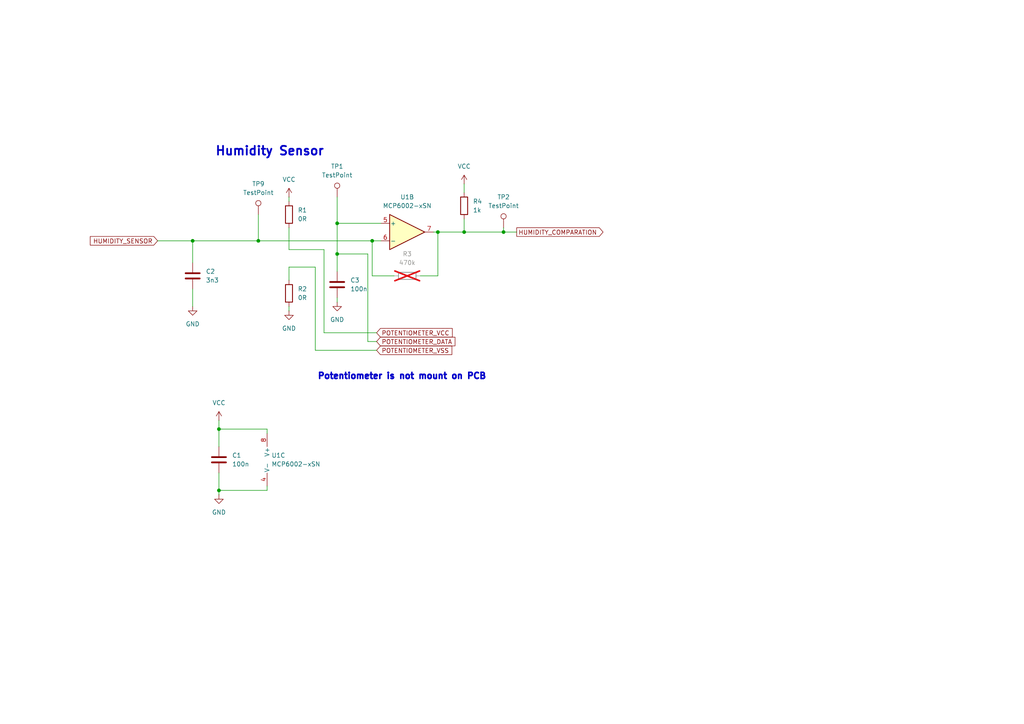
<source format=kicad_sch>
(kicad_sch (version 20250114) (generator "eeschema") (generator_version "9.0")
  (paper "A4")
  (lib_symbols
    (symbol "Amplifier_Operational:MCP6002-xSN" (pin_names (offset 0.127))
      (property "Reference" "U" (at 0 5.08 0))
      (property "Value" "MCP6002-xSN" (at 0 -5.08 0))
      (symbol "MCP6002-xSN_1_1"
        (polyline (pts (xy -5.08 5.08) (xy 5.08 0) (xy -5.08 -5.08) (xy -5.08 5.08)) (stroke (width 0.254)) (fill (type background)))
        (pin input line (at -7.62 2.54 0) (length 2.54) (name "+") (number "3"))
        (pin input line (at -7.62 -2.54 0) (length 2.54) (name "-") (number "2"))
        (pin output line (at 7.62 0 180) (length 2.54) (name "~") (number "1"))
      )
      (symbol "MCP6002-xSN_2_1"
        (polyline (pts (xy -5.08 5.08) (xy 5.08 0) (xy -5.08 -5.08) (xy -5.08 5.08)) (stroke (width 0.254)) (fill (type background)))
        (pin input line (at -7.62 2.54 0) (length 2.54) (name "+") (number "5"))
        (pin input line (at -7.62 -2.54 0) (length 2.54) (name "-") (number "6"))
        (pin output line (at 7.62 0 180) (length 2.54) (name "~") (number "7"))
      )
      (symbol "MCP6002-xSN_3_1"
        (pin power_in line (at -2.54 7.62 270) (length 3.81) (name "V+") (number "8"))
        (pin power_in line (at -2.54 -7.62 90) (length 3.81) (name "V-") (number "4"))
      )
    )
    (symbol "Connector:TestPoint" (pin_numbers (hide yes)) (pin_names (offset 0.762) (hide yes))
      (property "Reference" "TP" (at 0 6.858 0))
      (property "Value" "TestPoint" (at 0 5.08 0))
      (symbol "TestPoint_0_1"
        (circle (center 0 3.302) (radius 0.762))
      )
      (symbol "TestPoint_1_1"
        (pin passive line (at 0 0 90) (length 2.54) (name "1") (number "1"))
      )
    )
    (symbol "Device:C" (pin_numbers (hide yes)) (pin_names (offset 0.254))
      (property "Reference" "C" (at 0.635 2.54 0))
      (property "Value" "C" (at 0.635 -2.54 0))
      (symbol "C_0_1"
        (polyline (pts (xy -2.032 0.762) (xy 2.032 0.762)) (stroke (width 0.508)))
        (polyline (pts (xy -2.032 -0.762) (xy 2.032 -0.762)) (stroke (width 0.508)))
      )
      (symbol "C_1_1"
        (pin passive line (at 0 3.81 270) (length 2.794) (name "~") (number "1"))
        (pin passive line (at 0 -3.81 90) (length 2.794) (name "~") (number "2"))
      )
    )
    (symbol "Device:R" (pin_numbers (hide yes)) (pin_names (offset 0))
      (property "Reference" "R" (at 2.032 0 90))
      (property "Value" "R" (at 0 0 90))
      (symbol "R_0_1"
        (rectangle (start -1.016 -2.54) (end 1.016 2.54) (stroke (width 0.254)))
      )
      (symbol "R_1_1"
        (pin passive line (at 0 3.81 270) (length 1.27) (name "~") (number "1"))
        (pin passive line (at 0 -3.81 90) (length 1.27) (name "~") (number "2"))
      )
    )
    (symbol "power:GND" (power) (pin_numbers (hide yes)) (pin_names (offset 0) (hide yes))
      (property "Value" "GND" (at 0 -3.81 0))
      (symbol "GND_0_1"
        (polyline (pts (xy 0 0) (xy 0 -1.27) (xy 1.27 -1.27) (xy 0 -2.54) (xy -1.27 -1.27) (xy 0 -1.27)))
      )
      (symbol "GND_1_1"
        (pin power_in line (at 0 0 270) (length 0) (name "~") (number "1"))
      )
    )
    (symbol "power:VCC" (power) (pin_numbers (hide yes)) (pin_names (offset 0) (hide yes))
      (property "Value" "VCC" (at 0 3.556 0))
      (symbol "VCC_0_1"
        (polyline (pts (xy -0.762 1.27) (xy 0 2.54)))
        (polyline (pts (xy 0 2.54) (xy 0.762 1.27)))
        (polyline (pts (xy 0 0) (xy 0 2.54)))
      )
      (symbol "VCC_1_1"
        (pin power_in line (at 0 0 90) (length 0) (name "~") (number "1"))
      )
    )
  )
  (text "Potentiometer is not mount on PCB" (at 116.586 109.22 0) (effects (font (size 1.778 1.778) (thickness 0.508) (bold yes))))
  (text "Humidity Sensor" (at 78.232 43.942 0) (effects (font (size 2.54 2.54) (thickness 0.508) (bold yes))))
  (junction (at 63.5 124.46))
  (junction (at 107.95 69.85))
  (junction (at 63.5 142.24))
  (junction (at 74.93 69.85))
  (junction (at 134.62 67.31))
  (junction (at 55.88 69.85))
  (junction (at 127 67.31))
  (junction (at 97.79 73.66))
  (junction (at 97.79 64.77))
  (junction (at 146.05 67.31))
  (wire (pts (xy 77.47 124.46) (xy 63.5 124.46)))
  (wire (pts (xy 97.79 64.77) (xy 97.79 73.66)))
  (wire (pts (xy 55.88 69.85) (xy 74.93 69.85)))
  (wire (pts (xy 83.82 57.15) (xy 83.82 58.42)))
  (wire (pts (xy 97.79 73.66) (xy 97.79 78.74)))
  (wire (pts (xy 97.79 64.77) (xy 110.49 64.77)))
  (wire (pts (xy 63.5 121.92) (xy 63.5 124.46)))
  (wire (pts (xy 146.05 67.31) (xy 149.86 67.31)))
  (wire (pts (xy 63.5 142.24) (xy 63.5 143.51)))
  (wire (pts (xy 55.88 83.82) (xy 55.88 88.9)))
  (wire (pts (xy 134.62 63.5) (xy 134.62 67.31)))
  (wire (pts (xy 146.05 66.04) (xy 146.05 67.31)))
  (wire (pts (xy 83.82 77.47) (xy 83.82 81.28)))
  (wire (pts (xy 127 67.31) (xy 134.62 67.31)))
  (wire (pts (xy 109.22 96.52) (xy 93.98 96.52)))
  (wire (pts (xy 45.72 69.85) (xy 55.88 69.85)))
  (wire (pts (xy 77.47 140.97) (xy 77.47 142.24)))
  (wire (pts (xy 91.44 77.47) (xy 83.82 77.47)))
  (wire (pts (xy 97.79 86.36) (xy 97.79 87.63)))
  (wire (pts (xy 109.22 101.6) (xy 91.44 101.6)))
  (wire (pts (xy 93.98 96.52) (xy 93.98 72.39)))
  (wire (pts (xy 83.82 66.04) (xy 83.82 72.39)))
  (wire (pts (xy 55.88 69.85) (xy 55.88 76.2)))
  (wire (pts (xy 107.95 69.85) (xy 107.95 80.01)))
  (wire (pts (xy 83.82 72.39) (xy 93.98 72.39)))
  (wire (pts (xy 114.3 80.01) (xy 107.95 80.01)))
  (wire (pts (xy 127 67.31) (xy 127 80.01)))
  (wire (pts (xy 63.5 137.16) (xy 63.5 142.24)))
  (wire (pts (xy 127 80.01) (xy 121.92 80.01)))
  (wire (pts (xy 63.5 124.46) (xy 63.5 129.54)))
  (wire (pts (xy 134.62 67.31) (xy 146.05 67.31)))
  (wire (pts (xy 106.68 99.06) (xy 109.22 99.06)))
  (wire (pts (xy 83.82 88.9) (xy 83.82 90.17)))
  (wire (pts (xy 97.79 73.66) (xy 106.68 73.66)))
  (wire (pts (xy 125.73 67.31) (xy 127 67.31)))
  (wire (pts (xy 74.93 69.85) (xy 107.95 69.85)))
  (wire (pts (xy 97.79 57.15) (xy 97.79 64.77)))
  (wire (pts (xy 74.93 62.23) (xy 74.93 69.85)))
  (wire (pts (xy 106.68 73.66) (xy 106.68 99.06)))
  (wire (pts (xy 107.95 69.85) (xy 110.49 69.85)))
  (wire (pts (xy 91.44 101.6) (xy 91.44 77.47)))
  (wire (pts (xy 77.47 125.73) (xy 77.47 124.46)))
  (wire (pts (xy 134.62 53.34) (xy 134.62 55.88)))
  (wire (pts (xy 63.5 142.24) (xy 77.47 142.24)))
  (global_label "POTENTIOMETER_DATA" (shape input) (at 109.22 99.06 0) (property "Intersheetrefs" "${INTERSHEET_REFS}" (effects (hide yes))))
  (global_label "HUMIDITY_COMPARATION" (shape output) (at 149.86 67.31 0) (property "Intersheetrefs" "${INTERSHEET_REFS}" (effects (hide yes))))
  (global_label "POTENTIOMETER_VCC" (shape input) (at 109.22 96.52 0) (property "Intersheetrefs" "${INTERSHEET_REFS}" (effects (hide yes))))
  (global_label "POTENTIOMETER_VSS" (shape input) (at 109.22 101.6 0) (property "Intersheetrefs" "${INTERSHEET_REFS}" (effects (hide yes))))
  (global_label "HUMIDITY_SENSOR" (shape input) (at 45.72 69.85 180) (property "Intersheetrefs" "${INTERSHEET_REFS}" (effects (hide yes))))
  (symbol (lib_id "Amplifier_Operational:MCP6002-xSN") (at 118.11 67.31 0) (unit 2)
    (property "Reference" "U1" (at 118.11 57.15 0))
    (property "Value" "MCP6002-xSN" (at 118.11 59.69 0))
    (property "Footprint" "Package_SO:SO-8_3.9x4.9mm_P1.27mm" (effects (hide yes)))
    (property "Datasheet" "http://ww1.microchip.com/downloads/en/DeviceDoc/21733j.pdf" (effects (hide yes)))
    (property "Description" "1MHz, Low-Power Op Amp, SOIC-8" (effects (hide yes)))
  )
  (symbol (lib_id "power:GND") (at 83.82 90.17 0) (unit 1)
    (property "Reference" "#PWR07" (effects (hide yes)))
    (property "Value" "GND" (at 83.82 95.25 0))
    (property "Description" "Power symbol creates a global label with name \"GND\" , ground" (effects (hide yes)))
  )
  (symbol (lib_id "Amplifier_Operational:MCP6002-xSN") (at 80.01 133.35 0) (unit 3)
    (property "Reference" "U1" (at 78.74 132.0799 0) (effects (justify left)))
    (property "Value" "MCP6002-xSN" (at 78.74 134.6199 0) (effects (justify left)))
    (property "Footprint" "Package_SO:SO-8_3.9x4.9mm_P1.27mm" (effects (hide yes)))
    (property "Datasheet" "http://ww1.microchip.com/downloads/en/DeviceDoc/21733j.pdf" (effects (hide yes)))
    (property "Description" "1MHz, Low-Power Op Amp, SOIC-8" (effects (hide yes)))
  )
  (symbol (lib_id "power:GND") (at 63.5 143.51 0) (unit 1)
    (property "Reference" "#PWR02" (effects (hide yes)))
    (property "Value" "GND" (at 63.5 148.59 0))
    (property "Description" "Power symbol creates a global label with name \"GND\" , ground" (effects (hide yes)))
  )
  (symbol (lib_id "power:VCC") (at 83.82 57.15 0) (unit 1)
    (property "Reference" "#PWR024" (effects (hide yes)))
    (property "Value" "VCC" (at 83.82 52.07 0))
    (property "Description" "Power symbol creates a global label with name \"VCC\"" (effects (hide yes)))
  )
  (symbol (lib_id "Device:R") (at 83.82 62.23 180) (unit 1)
    (property "Reference" "R1" (at 86.36 60.9599 0) (effects (justify right)))
    (property "Value" "0R" (at 86.36 63.4999 0) (effects (justify right)))
    (property "Footprint" "Resistor_SMD:R_0805_2012Metric" (effects (hide yes)))
    (property "Description" "Resistor" (effects (hide yes)))
  )
  (symbol (lib_id "Device:R") (at 134.62 59.69 180) (unit 1)
    (property "Reference" "R4" (at 137.16 58.4199 0) (effects (justify right)))
    (property "Value" "1k" (at 137.16 60.9599 0) (effects (justify right)))
    (property "Footprint" "Resistor_SMD:R_0805_2012Metric" (effects (hide yes)))
    (property "Description" "Resistor" (effects (hide yes)))
  )
  (symbol (lib_id "power:GND") (at 55.88 88.9 0) (unit 1)
    (property "Reference" "#PWR029" (effects (hide yes)))
    (property "Value" "GND" (at 55.88 93.98 0))
    (property "Description" "Power symbol creates a global label with name \"GND\" , ground" (effects (hide yes)))
  )
  (symbol (lib_id "power:GND") (at 97.79 87.63 0) (unit 1)
    (property "Reference" "#PWR08" (effects (hide yes)))
    (property "Value" "GND" (at 97.79 92.71 0))
    (property "Description" "Power symbol creates a global label with name \"GND\" , ground" (effects (hide yes)))
  )
  (symbol (lib_id "Device:R") (at 83.82 85.09 180) (unit 1)
    (property "Reference" "R2" (at 86.36 83.8199 0) (effects (justify right)))
    (property "Value" "0R" (at 86.36 86.3599 0) (effects (justify right)))
    (property "Footprint" "Resistor_SMD:R_0805_2012Metric" (effects (hide yes)))
    (property "Description" "Resistor" (effects (hide yes)))
  )
  (symbol (lib_id "Device:C") (at 55.88 80.01 0) (unit 1)
    (property "Reference" "C2" (at 59.69 78.7399 0) (effects (justify left)))
    (property "Value" "3n3" (at 59.69 81.2799 0) (effects (justify left)))
    (property "Footprint" "Capacitor_SMD:C_0805_2012Metric" (effects (hide yes)))
    (property "Description" "Unpolarized capacitor" (effects (hide yes)))
  )
  (symbol (lib_id "Connector:TestPoint") (at 74.93 62.23 0) (unit 1)
    (property "Reference" "TP9" (at 74.93 53.34 0))
    (property "Value" "TestPoint" (at 74.93 55.88 0))
    (property "Footprint" "TestPoint:TestPoint_Pad_D1.5mm" (effects (hide yes)))
    (property "Description" "test point" (effects (hide yes)))
  )
  (symbol (lib_id "power:VCC") (at 63.5 121.92 0) (unit 1)
    (property "Reference" "#PWR016" (effects (hide yes)))
    (property "Value" "VCC" (at 63.5 116.84 0))
    (property "Description" "Power symbol creates a global label with name \"VCC\"" (effects (hide yes)))
  )
  (symbol (lib_id "Device:R") (at 118.11 80.01 90) (unit 1) (exclude_from_sim yes) (in_bom no) (on_board no) (dnp yes)
    (property "Reference" "R3" (at 118.11 73.66 90))
    (property "Value" "470k" (at 118.11 76.2 90))
    (property "Footprint" "Resistor_SMD:R_0805_2012Metric" (effects (hide yes)))
    (property "Description" "Resistor" (effects (hide yes)))
  )
  (symbol (lib_id "Connector:TestPoint") (at 146.05 66.04 0) (unit 1)
    (property "Reference" "TP2" (at 146.05 57.15 0))
    (property "Value" "TestPoint" (at 146.05 59.69 0))
    (property "Footprint" "TestPoint:TestPoint_Pad_D1.5mm" (effects (hide yes)))
    (property "Description" "test point" (effects (hide yes)))
  )
  (symbol (lib_id "Device:C") (at 97.79 82.55 0) (unit 1)
    (property "Reference" "C3" (at 101.6 81.2799 0) (effects (justify left)))
    (property "Value" "100n" (at 101.6 83.8199 0) (effects (justify left)))
    (property "Footprint" "Capacitor_SMD:C_0805_2012Metric" (effects (hide yes)))
    (property "Description" "Unpolarized capacitor" (effects (hide yes)))
  )
  (symbol (lib_id "Device:C") (at 63.5 133.35 0) (unit 1)
    (property "Reference" "C1" (at 67.31 132.0799 0) (effects (justify left)))
    (property "Value" "100n" (at 67.31 134.6199 0) (effects (justify left)))
    (property "Footprint" "Capacitor_SMD:C_0805_2012Metric" (effects (hide yes)))
    (property "Description" "Unpolarized capacitor" (effects (hide yes)))
  )
  (symbol (lib_id "power:VCC") (at 134.62 53.34 0) (unit 1)
    (property "Reference" "#PWR025" (effects (hide yes)))
    (property "Value" "VCC" (at 134.62 48.26 0))
    (property "Description" "Power symbol creates a global label with name \"VCC\"" (effects (hide yes)))
  )
  (symbol (lib_id "Connector:TestPoint") (at 97.79 57.15 0) (unit 1)
    (property "Reference" "TP1" (at 97.79 48.26 0))
    (property "Value" "TestPoint" (at 97.79 50.8 0))
    (property "Footprint" "TestPoint:TestPoint_Pad_D1.5mm" (effects (hide yes)))
    (property "Description" "test point" (effects (hide yes)))
  )
)
</source>
